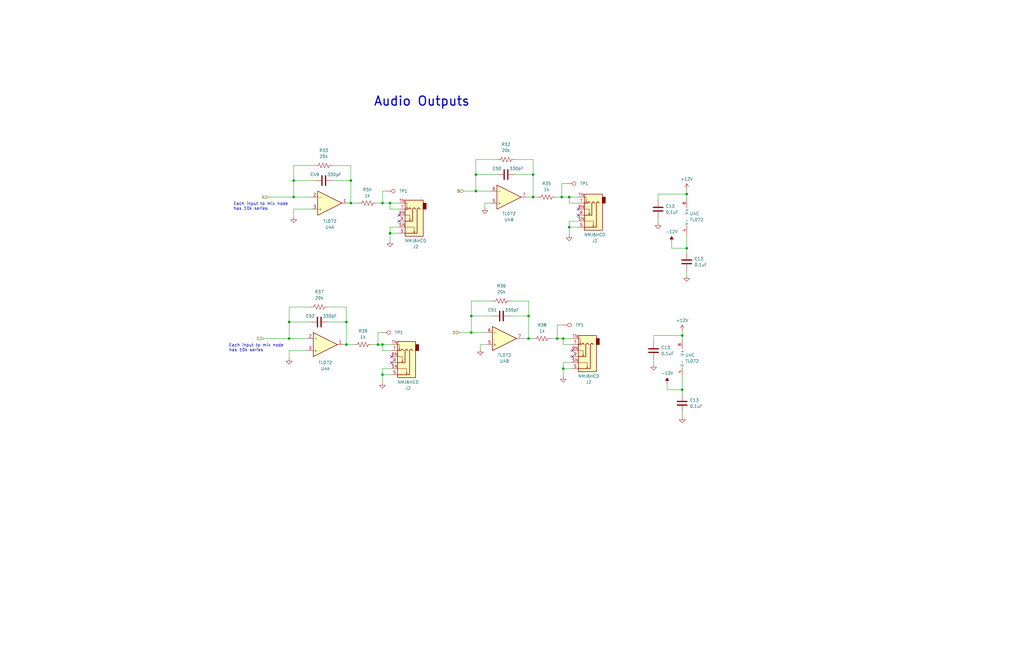
<source format=kicad_sch>
(kicad_sch (version 20230121) (generator eeschema)
  (paper "B")
  (title_block (title "Quadrophonic Joystick Mixer") (date "2024-04-22") (rev "P1"))
  (lib_symbols
    (symbol "Amplifier_Operational:OPA1692xD" (pin_names (offset 0.127))
      (property "Reference" "U" (at 2.54 6.35 0))
      (property "Value" "OPA1692xD" (at 2.54 3.81 0))
      (symbol "OPA1692xD_1_1"
        (polyline (pts (xy 5.08 0) (xy -5.08 5.08) (xy -5.08 -5.08) (xy 5.08 0)) (stroke (width 0.254)) (fill (type background)))
        (pin output line (at 7.62 0 180) (length 2.54) (name "~") (number "1"))
        (pin input line (at -7.62 -2.54 0) (length 2.54) (name "-") (number "2"))
        (pin input line (at -7.62 2.54 0) (length 2.54) (name "+") (number "3"))
      )
      (symbol "OPA1692xD_2_1"
        (polyline (pts (xy 5.08 0) (xy -5.08 5.08) (xy -5.08 -5.08) (xy 5.08 0)) (stroke (width 0.254)) (fill (type background)))
        (pin input line (at -7.62 2.54 0) (length 2.54) (name "+") (number "5"))
        (pin input line (at -7.62 -2.54 0) (length 2.54) (name "-") (number "6"))
        (pin output line (at 7.62 0 180) (length 2.54) (name "~") (number "7"))
      )
      (symbol "OPA1692xD_3_1"
        (pin power_in line (at 0 -7.62 90) (length 3.81) (name "V-") (number "4"))
        (pin power_in line (at 0 7.62 270) (length 3.81) (name "V+") (number "8"))
      )
    )
    (symbol "Connector:TestPoint" (pin_numbers hide) (pin_names (offset 0.762) hide)
      (property "Reference" "TP" (at 0 6.858 0))
      (property "Value" "TestPoint" (at 0 5.08 0))
      (symbol "TestPoint_0_1"
        (circle (center 0 3.302) (radius 0.762))
      )
      (symbol "TestPoint_1_1"
        (pin passive line (at 0 0 90) (length 2.54) (name "1") (number "1"))
      )
    )
    (symbol "Connector_Audio:AudioJack3_Switch"
      (property "Reference" "J" (at 0 11.43 0))
      (property "Value" "AudioJack3_Switch" (at 0 8.89 0))
      (symbol "AudioJack3_Switch_0_1"
        (rectangle (start -5.08 -5.08) (end -6.35 -7.62) (stroke (width 0.254)) (fill (type outline)))
        (polyline (pts (xy -1.27 4.826) (xy -1.016 4.318)))
        (polyline (pts (xy 0.508 -0.254) (xy 0.762 -0.762)))
        (polyline (pts (xy 1.778 -5.334) (xy 2.032 -5.842)))
        (polyline (pts (xy 0 -5.08) (xy 0.635 -5.715) (xy 1.27 -5.08) (xy 2.54 -5.08)) (stroke (width 0.254)))
        (polyline (pts (xy 2.54 -7.62) (xy 1.778 -7.62) (xy 1.778 -5.334) (xy 1.524 -5.842)))
        (polyline (pts (xy 2.54 -2.54) (xy 0.508 -2.54) (xy 0.508 -0.254) (xy 0.254 -0.762)))
        (polyline (pts (xy 2.54 2.54) (xy -1.27 2.54) (xy -1.27 4.826) (xy -1.524 4.318)))
        (polyline (pts (xy -1.905 -5.08) (xy -1.27 -5.715) (xy -0.635 -5.08) (xy -0.635 0) (xy 2.54 0)) (stroke (width 0.254)))
        (polyline (pts (xy 2.54 5.08) (xy -2.54 5.08) (xy -2.54 -5.08) (xy -3.175 -5.715) (xy -3.81 -5.08)) (stroke (width 0.254)))
        (rectangle (start 2.54 6.35) (end -5.08 -8.89) (stroke (width 0.254)) (fill (type background)))
      )
      (symbol "AudioJack3_Switch_1_1"
        (pin passive line (at 5.08 0 180) (length 2.54) (name "~") (number "R"))
        (pin passive line (at 5.08 -2.54 180) (length 2.54) (name "~") (number "RN"))
        (pin passive line (at 5.08 5.08 180) (length 2.54) (name "~") (number "S"))
        (pin passive line (at 5.08 2.54 180) (length 2.54) (name "~") (number "SN"))
        (pin passive line (at 5.08 -5.08 180) (length 2.54) (name "~") (number "T"))
        (pin passive line (at 5.08 -7.62 180) (length 2.54) (name "~") (number "TN"))
      )
    )
    (symbol "Device:C" (pin_numbers hide) (pin_names (offset 0.254))
      (property "Reference" "C" (at 0.635 2.54 0))
      (property "Value" "C" (at 0.635 -2.54 0))
      (symbol "C_0_1"
        (polyline (pts (xy -2.032 -0.762) (xy 2.032 -0.762)) (stroke (width 0.508)))
        (polyline (pts (xy -2.032 0.762) (xy 2.032 0.762)) (stroke (width 0.508)))
      )
      (symbol "C_1_1"
        (pin passive line (at 0 3.81 270) (length 2.794) (name "~") (number "1"))
        (pin passive line (at 0 -3.81 90) (length 2.794) (name "~") (number "2"))
      )
    )
    (symbol "Device:R_US" (pin_numbers hide) (pin_names (offset 0))
      (property "Reference" "R" (at 2.54 0 90))
      (property "Value" "R_US" (at -2.54 0 90))
      (symbol "R_US_0_1"
        (polyline (pts (xy 0 -2.286) (xy 0 -2.54)))
        (polyline (pts (xy 0 2.286) (xy 0 2.54)))
        (polyline (pts (xy 0 -0.762) (xy 1.016 -1.143) (xy 0 -1.524) (xy -1.016 -1.905) (xy 0 -2.286)))
        (polyline (pts (xy 0 0.762) (xy 1.016 0.381) (xy 0 0) (xy -1.016 -0.381) (xy 0 -0.762)))
        (polyline (pts (xy 0 2.286) (xy 1.016 1.905) (xy 0 1.524) (xy -1.016 1.143) (xy 0 0.762)))
      )
      (symbol "R_US_1_1"
        (pin passive line (at 0 3.81 270) (length 1.27) (name "~") (number "1"))
        (pin passive line (at 0 -3.81 90) (length 1.27) (name "~") (number "2"))
      )
    )
    (symbol "power:+12V" (power) (pin_names (offset 0))
      (property "Value" "+12V" (at 0 3.556 0))
      (symbol "+12V_0_1"
        (polyline (pts (xy -0.762 1.27) (xy 0 2.54)))
        (polyline (pts (xy 0 0) (xy 0 2.54)))
        (polyline (pts (xy 0 2.54) (xy 0.762 1.27)))
      )
      (symbol "+12V_1_1"
        (pin power_in line (at 0 0 90) (length 0) hide (name "+12V") (number "1"))
      )
    )
    (symbol "power:-12V" (power) (pin_names (offset 0))
      (property "Value" "-12V" (at 0 3.81 0))
      (symbol "-12V_0_0"
        (pin power_in line (at 0 0 90) (length 0) hide (name "-12V") (number "1"))
      )
      (symbol "-12V_0_1"
        (polyline (pts (xy 0 0) (xy 0 1.27) (xy 0.762 1.27) (xy 0 2.54) (xy -0.762 1.27) (xy 0 1.27)) (fill (type outline)))
      )
    )
    (symbol "power:GND" (power) (pin_names (offset 0))
      (property "Value" "GND" (at 0 -3.81 0))
      (symbol "GND_0_1"
        (polyline (pts (xy 0 0) (xy 0 -1.27) (xy 1.27 -1.27) (xy 0 -2.54) (xy -1.27 -1.27) (xy 0 -1.27)))
      )
      (symbol "GND_1_1"
        (pin power_in line (at 0 0 270) (length 0) hide (name "GND") (number "1"))
      )
    )
  )
  (junction (at 161.29 85.725))
  (junction (at 222.885 142.875))
  (junction (at 200.66 73.66))
  (junction (at 147.955 85.725))
  (junction (at 159.385 145.415))
  (junction (at 287.655 164.465))
  (junction (at 222.885 133.35))
  (junction (at 200.66 80.645))
  (junction (at 224.79 73.66))
  (junction (at 121.92 142.875))
  (junction (at 240.03 95.885))
  (junction (at 164.465 98.425))
  (junction (at 237.49 142.875))
  (junction (at 123.825 76.2))
  (junction (at 161.29 145.415))
  (junction (at 198.755 133.35))
  (junction (at 146.05 145.415))
  (junction (at 240.03 83.185))
  (junction (at 224.79 83.185))
  (junction (at 287.655 141.605))
  (junction (at 161.29 158.115))
  (junction (at 123.825 83.185))
  (junction (at 289.56 104.775))
  (junction (at 237.49 155.575))
  (junction (at 198.755 140.335))
  (junction (at 147.955 76.2))
  (junction (at 289.56 81.915))
  (junction (at 121.92 135.89))
  (junction (at 234.95 142.875))
  (junction (at 164.465 85.725))
  (junction (at 236.855 83.185))
  (junction (at 146.05 135.89))
  (no_connect (at 243.84 90.805))
  (no_connect (at 165.1 150.495))
  (no_connect (at 168.275 93.345))
  (no_connect (at 165.1 153.035))
  (no_connect (at 241.3 150.495))
  (no_connect (at 241.3 147.955))
  (no_connect (at 168.275 90.805))
  (no_connect (at 243.84 88.265))
  (wire (pts (xy 165.1 155.575) (xy 161.29 155.575)))
  (wire (pts (xy 236.855 77.47) (xy 236.855 83.185)))
  (wire (pts (xy 147.955 76.2) (xy 140.335 76.2)))
  (wire (pts (xy 236.855 83.185) (xy 240.03 83.185)))
  (wire (pts (xy 156.845 145.415) (xy 159.385 145.415)))
  (wire (pts (xy 158.75 85.725) (xy 161.29 85.725)))
  (wire (pts (xy 161.29 80.645) (xy 161.29 85.725)))
  (wire (pts (xy 159.385 145.415) (xy 161.29 145.415)))
  (wire (pts (xy 146.05 129.54) (xy 146.05 135.89)))
  (wire (pts (xy 283.21 104.775) (xy 283.21 102.235)))
  (wire (pts (xy 289.56 80.01) (xy 289.56 81.915)))
  (wire (pts (xy 232.41 142.875) (xy 234.95 142.875)))
  (wire (pts (xy 224.79 83.185) (xy 226.695 83.185)))
  (wire (pts (xy 146.05 129.54) (xy 138.43 129.54)))
  (wire (pts (xy 165.1 158.115) (xy 161.29 158.115)))
  (wire (pts (xy 222.885 127) (xy 215.265 127)))
  (wire (pts (xy 198.755 127) (xy 198.755 133.35)))
  (wire (pts (xy 202.565 145.415) (xy 202.565 147.32)))
  (wire (pts (xy 240.03 85.725) (xy 240.03 83.185)))
  (wire (pts (xy 165.1 145.415) (xy 161.29 145.415)))
  (wire (pts (xy 164.465 88.265) (xy 164.465 85.725)))
  (wire (pts (xy 200.66 80.645) (xy 207.01 80.645)))
  (wire (pts (xy 147.955 69.85) (xy 140.335 69.85)))
  (wire (pts (xy 277.495 81.915) (xy 289.56 81.915)))
  (wire (pts (xy 144.78 145.415) (xy 146.05 145.415)))
  (wire (pts (xy 289.56 99.06) (xy 289.56 104.775)))
  (wire (pts (xy 243.84 95.885) (xy 240.03 95.885)))
  (wire (pts (xy 147.955 69.85) (xy 147.955 76.2)))
  (wire (pts (xy 224.79 73.66) (xy 217.17 73.66)))
  (wire (pts (xy 161.29 147.955) (xy 161.29 145.415)))
  (wire (pts (xy 121.92 147.955) (xy 121.92 151.13)))
  (wire (pts (xy 129.54 147.955) (xy 121.92 147.955)))
  (wire (pts (xy 234.95 142.875) (xy 237.49 142.875)))
  (wire (pts (xy 243.84 85.725) (xy 240.03 85.725)))
  (wire (pts (xy 222.885 133.35) (xy 215.265 133.35)))
  (wire (pts (xy 164.465 98.425) (xy 164.465 101.6)))
  (wire (pts (xy 121.92 129.54) (xy 121.92 135.89)))
  (wire (pts (xy 168.275 98.425) (xy 164.465 98.425)))
  (wire (pts (xy 287.655 164.465) (xy 287.655 166.37)))
  (wire (pts (xy 209.55 67.31) (xy 200.66 67.31)))
  (wire (pts (xy 168.275 95.885) (xy 164.465 95.885)))
  (wire (pts (xy 287.655 173.99) (xy 287.655 175.895)))
  (wire (pts (xy 123.825 69.85) (xy 123.825 76.2)))
  (wire (pts (xy 195.58 80.645) (xy 200.66 80.645)))
  (wire (pts (xy 237.49 142.875) (xy 241.3 142.875)))
  (wire (pts (xy 200.66 73.66) (xy 209.55 73.66)))
  (wire (pts (xy 123.825 83.185) (xy 131.445 83.185)))
  (wire (pts (xy 277.495 92.075) (xy 277.495 93.98)))
  (wire (pts (xy 200.66 67.31) (xy 200.66 73.66)))
  (wire (pts (xy 240.03 93.345) (xy 240.03 95.885)))
  (wire (pts (xy 224.79 73.66) (xy 224.79 83.185)))
  (wire (pts (xy 287.655 139.7) (xy 287.655 141.605)))
  (wire (pts (xy 289.56 114.3) (xy 289.56 116.205)))
  (wire (pts (xy 161.29 158.115) (xy 161.29 161.29)))
  (wire (pts (xy 207.645 127) (xy 198.755 127)))
  (wire (pts (xy 275.59 144.145) (xy 275.59 141.605)))
  (wire (pts (xy 204.47 85.725) (xy 204.47 87.63)))
  (wire (pts (xy 289.56 104.775) (xy 283.21 104.775)))
  (wire (pts (xy 159.385 140.335) (xy 159.385 145.415)))
  (wire (pts (xy 168.275 85.725) (xy 164.465 85.725)))
  (wire (pts (xy 147.955 85.725) (xy 151.13 85.725)))
  (wire (pts (xy 123.825 76.2) (xy 132.715 76.2)))
  (wire (pts (xy 130.81 129.54) (xy 121.92 129.54)))
  (wire (pts (xy 111.125 142.875) (xy 121.92 142.875)))
  (wire (pts (xy 123.825 88.265) (xy 123.825 91.44)))
  (wire (pts (xy 222.885 133.35) (xy 222.885 142.875)))
  (wire (pts (xy 237.49 155.575) (xy 237.49 158.75)))
  (wire (pts (xy 222.885 127) (xy 222.885 133.35)))
  (wire (pts (xy 224.79 67.31) (xy 217.17 67.31)))
  (wire (pts (xy 146.05 145.415) (xy 149.225 145.415)))
  (wire (pts (xy 238.76 77.47) (xy 236.855 77.47)))
  (wire (pts (xy 198.755 140.335) (xy 205.105 140.335)))
  (wire (pts (xy 237.49 145.415) (xy 237.49 142.875)))
  (wire (pts (xy 241.3 153.035) (xy 237.49 153.035)))
  (wire (pts (xy 165.1 147.955) (xy 161.29 147.955)))
  (wire (pts (xy 160.655 140.335) (xy 159.385 140.335)))
  (wire (pts (xy 240.03 95.885) (xy 240.03 99.06)))
  (wire (pts (xy 168.275 88.265) (xy 164.465 88.265)))
  (wire (pts (xy 146.685 85.725) (xy 147.955 85.725)))
  (wire (pts (xy 275.59 151.765) (xy 275.59 153.67)))
  (wire (pts (xy 234.95 137.16) (xy 234.95 142.875)))
  (wire (pts (xy 132.715 69.85) (xy 123.825 69.85)))
  (wire (pts (xy 121.92 135.89) (xy 121.92 142.875)))
  (wire (pts (xy 234.315 83.185) (xy 236.855 83.185)))
  (wire (pts (xy 277.495 84.455) (xy 277.495 81.915)))
  (wire (pts (xy 146.05 135.89) (xy 138.43 135.89)))
  (wire (pts (xy 147.955 76.2) (xy 147.955 85.725)))
  (wire (pts (xy 207.01 85.725) (xy 204.47 85.725)))
  (wire (pts (xy 205.105 145.415) (xy 202.565 145.415)))
  (wire (pts (xy 241.3 155.575) (xy 237.49 155.575)))
  (wire (pts (xy 237.49 153.035) (xy 237.49 155.575)))
  (wire (pts (xy 121.92 142.875) (xy 129.54 142.875)))
  (wire (pts (xy 123.825 76.2) (xy 123.825 83.185)))
  (wire (pts (xy 198.755 133.35) (xy 198.755 140.335)))
  (wire (pts (xy 198.755 133.35) (xy 207.645 133.35)))
  (wire (pts (xy 131.445 88.265) (xy 123.825 88.265)))
  (wire (pts (xy 164.465 95.885) (xy 164.465 98.425)))
  (wire (pts (xy 121.92 135.89) (xy 130.81 135.89)))
  (wire (pts (xy 162.56 80.645) (xy 161.29 80.645)))
  (wire (pts (xy 236.855 137.16) (xy 234.95 137.16)))
  (wire (pts (xy 289.56 81.915) (xy 289.56 83.82)))
  (wire (pts (xy 289.56 104.775) (xy 289.56 106.68)))
  (wire (pts (xy 243.84 83.185) (xy 240.03 83.185)))
  (wire (pts (xy 241.3 145.415) (xy 237.49 145.415)))
  (wire (pts (xy 275.59 141.605) (xy 287.655 141.605)))
  (wire (pts (xy 220.345 142.875) (xy 222.885 142.875)))
  (wire (pts (xy 287.655 141.605) (xy 287.655 143.51)))
  (wire (pts (xy 287.655 164.465) (xy 281.305 164.465)))
  (wire (pts (xy 193.675 140.335) (xy 198.755 140.335)))
  (wire (pts (xy 287.655 158.75) (xy 287.655 164.465)))
  (wire (pts (xy 281.305 164.465) (xy 281.305 161.925)))
  (wire (pts (xy 161.29 155.575) (xy 161.29 158.115)))
  (wire (pts (xy 200.66 73.66) (xy 200.66 80.645)))
  (wire (pts (xy 113.03 83.185) (xy 123.825 83.185)))
  (wire (pts (xy 243.84 93.345) (xy 240.03 93.345)))
  (wire (pts (xy 222.25 83.185) (xy 224.79 83.185)))
  (wire (pts (xy 224.79 67.31) (xy 224.79 73.66)))
  (wire (pts (xy 222.885 142.875) (xy 224.79 142.875)))
  (wire (pts (xy 146.05 135.89) (xy 146.05 145.415)))
  (wire (pts (xy 161.29 85.725) (xy 164.465 85.725)))
  (text "Each input to mix node\nhas 10k series" (at 96.52 148.59 0) (effects (font (size 1.27 1.27)) (justify left bottom)))
  (text "Audio Outputs" (at 157.48 45.085 0) (effects (font (size 3.81 3.81) (thickness 0.508) bold) (justify left bottom)))
  (text "Each input to mix node\nhas 10k series" (at 98.425 88.9 0) (effects (font (size 1.27 1.27)) (justify left bottom)))
  (hierarchical_label "C" (shape input) (at 111.125 142.875 180))
  (hierarchical_label "A" (shape input) (at 113.03 83.185 180))
  (hierarchical_label "D" (shape input) (at 193.675 140.335 180))
  (hierarchical_label "B" (shape input) (at 195.58 80.645 180))
  (symbol (lib_id "Device:R_US") (at 136.525 69.85 270) (unit 1)
    (property "Reference" "R33" (at 136.525 63.5 90))
    (property "Value" "20k" (at 136.525 66.04 90))
    (property "Footprint" "Resistor_SMD:R_0805_2012Metric_Pad1.20x1.40mm_HandSolder" (effects hide))
    (property "DK PN" "RMCF0805FT20K0CT-ND" (effects hide))
    (property "MPN" "RMCF0805FT20K0" (effects hide))
    (property "Source" "DK" (effects hide))
  )
  (symbol (lib_id "Device:C") (at 275.59 147.955 0) (unit 1)
    (property "Reference" "C13" (at 278.765 146.685 0) (effects (justify left)))
    (property "Value" "0.1uF" (at 278.765 149.225 0) (effects (justify left)))
    (property "Footprint" "Capacitor_SMD:C_0805_2012Metric_Pad1.18x1.45mm_HandSolder" (effects hide))
    (property "DK PN" "1276-1003-1-ND" (effects hide))
    (property "MPN" "CL21B104KBCNNNC" (effects hide))
    (property "Source" "DK" (effects hide))
    (instances (project "Quad Joystick Mixer" (path "" (reference "C13") (unit 1)) (path "" (reference "C11") (unit 1)) (path "" (reference "C31") (unit 1)) (path "" (reference "C8") (unit 1)) (path "" (reference "C53") (unit 1))))
  )
  (symbol (lib_id "Connector:TestPoint") (at 162.56 80.645 270) (unit 1)
    (property "Reference" "TP1" (at 168.275 80.645 90) (effects (justify left)))
    (property "Value" "TestPoint" (effects hide))
    (property "Footprint" "TestPoint:TestPoint_THTPad_D1.5mm_Drill0.7mm" (effects hide))
    (property "Source" "NA" (effects hide))
    (instances (project "Quad Joystick Mixer" (path "" (reference "TP1") (unit 1)) (path "" (reference "TP16") (unit 1))))
  )
  (symbol (lib_id "Connector:TestPoint") (at 236.855 137.16 270) (unit 1)
    (property "Reference" "TP1" (at 242.57 137.16 90) (effects (justify left)))
    (property "Value" "TestPoint" (effects hide))
    (property "Footprint" "TestPoint:TestPoint_THTPad_D1.5mm_Drill0.7mm" (effects hide))
    (property "Source" "NA" (effects hide))
    (instances (project "Quad Joystick Mixer" (path "" (reference "TP1") (unit 1)) (path "" (reference "TP18") (unit 1))))
  )
  (symbol (lib_id "Connector_Audio:AudioJack3_Switch") (at 170.18 153.035 180) (unit 1)
    (property "Reference" "J2" (at 172.085 163.83 0))
    (property "Value" "NMJ6HCD" (at 172.085 161.29 0))
    (property "Footprint" "Eyewool Connectors:NMJ6HCD" (effects hide))
    (property "Source" "SBP" (effects hide))
    (instances (project "Quad Joystick Mixer" (path "" (reference "J2") (unit 1)) (path "" (reference "J6") (unit 1))))
  )
  (symbol (lib_id "Device:R_US") (at 134.62 129.54 270) (unit 1)
    (property "Reference" "R37" (at 134.62 123.19 90))
    (property "Value" "20k" (at 134.62 125.73 90))
    (property "Footprint" "Resistor_SMD:R_0805_2012Metric_Pad1.20x1.40mm_HandSolder" (effects hide))
    (property "DK PN" "RMCF0805FT20K0CT-ND" (effects hide))
    (property "MPN" "RMCF0805FT20K0" (effects hide))
    (property "Source" "DK" (effects hide))
  )
  (symbol (lib_id "Amplifier_Operational:OPA1692xD") (at 289.56 91.44 0) (unit 3)
    (property "Reference" "U4" (at 290.83 90.17 0) (effects (justify left)))
    (property "Value" "TL072" (at 290.83 92.71 0) (effects (justify left)))
    (property "Footprint" "Package_SO:SOIC-8_3.9x4.9mm_P1.27mm" (effects hide))
    (property "Datasheet" "https://www.ti.com/lit/ds/symlink/opa1692.pdf" (effects hide))
    (property "Source" "DK" (effects hide))
    (property "DK PN" "296-TL072HIDRCT-ND" (effects hide))
    (property "MPN" "TL072HIDR" (effects hide))
    (instances (project "Quad Joystick Mixer" (path "" (reference "U4") (unit 3)) (path "" (reference "U6") (unit 3)) (path "" (reference "U11") (unit 3))))
  )
  (symbol (lib_id "Connector:TestPoint") (at 238.76 77.47 270) (unit 1)
    (property "Reference" "TP1" (at 244.475 77.47 90) (effects (justify left)))
    (property "Value" "TestPoint" (effects hide))
    (property "Footprint" "TestPoint:TestPoint_THTPad_D1.5mm_Drill0.7mm" (effects hide))
    (property "Source" "NA" (effects hide))
    (instances (project "Quad Joystick Mixer" (path "" (reference "TP1") (unit 1)) (path "" (reference "TP17") (unit 1))))
  )
  (symbol (lib_id "Device:R_US") (at 213.36 67.31 270) (unit 1)
    (property "Reference" "R32" (at 213.36 60.96 90))
    (property "Value" "20k" (at 213.36 63.5 90))
    (property "Footprint" "Resistor_SMD:R_0805_2012Metric_Pad1.20x1.40mm_HandSolder" (effects hide))
    (property "DK PN" "RMCF0805FT20K0CT-ND" (effects hide))
    (property "MPN" "RMCF0805FT20K0" (effects hide))
    (property "Source" "DK" (effects hide))
  )
  (symbol (lib_id "power:+12V") (at 289.56 80.01 0) (unit 1)
    (property "Reference" "#PWR040" (effects hide))
    (property "Value" "+12V" (at 289.56 75.565 0))
    (instances (project "Quad Joystick Mixer" (path "" (reference "#PWR040") (unit 1)) (path "" (reference "#PWR015") (unit 1)) (path "" (reference "#PWR044") (unit 1)) (path "" (reference "#PWR029") (unit 1)) (path "" (reference "#PWR081") (unit 1))))
  )
  (symbol (lib_id "power:GND") (at 121.92 151.13 0) (unit 1)
    (property "Reference" "#PWR098" (effects hide))
    (property "Value" "GND" (effects hide))
  )
  (symbol (lib_id "Amplifier_Operational:OPA1692xD") (at 287.655 151.13 0) (unit 3)
    (property "Reference" "U4" (at 288.925 149.86 0) (effects (justify left)))
    (property "Value" "TL072" (at 288.925 152.4 0) (effects (justify left)))
    (property "Footprint" "Package_SO:SOIC-8_3.9x4.9mm_P1.27mm" (effects hide))
    (property "Datasheet" "https://www.ti.com/lit/ds/symlink/opa1692.pdf" (effects hide))
    (property "Source" "DK" (effects hide))
    (property "DK PN" "296-TL072HIDRCT-ND" (effects hide))
    (property "MPN" "TL072HIDR" (effects hide))
    (instances (project "Quad Joystick Mixer" (path "" (reference "U4") (unit 3)) (path "" (reference "U6") (unit 3)) (path "" (reference "U12") (unit 3))))
  )
  (symbol (lib_id "power:-12V") (at 281.305 161.925 0) (unit 1)
    (property "Reference" "#PWR038" (effects hide))
    (property "Value" "-12V" (at 281.305 157.48 0))
    (instances (project "Quad Joystick Mixer" (path "" (reference "#PWR038") (unit 1)) (path "" (reference "#PWR08") (unit 1)) (path "" (reference "#PWR045") (unit 1)) (path "" (reference "#PWR049") (unit 1)) (path "" (reference "#PWR0197") (unit 1))))
  )
  (symbol (lib_id "power:GND") (at 123.825 91.44 0) (unit 1)
    (property "Reference" "#PWR096" (effects hide))
    (property "Value" "GND" (effects hide))
  )
  (symbol (lib_id "power:GND") (at 275.59 153.67 0) (unit 1)
    (property "Reference" "#PWR046" (effects hide))
    (property "Value" "GND" (effects hide))
    (instances (project "Quad Joystick Mixer" (path "" (reference "#PWR046") (unit 1)) (path "" (reference "#PWR048") (unit 1)) (path "" (reference "#PWR099") (unit 1))))
  )
  (symbol (lib_id "Device:C") (at 277.495 88.265 0) (unit 1)
    (property "Reference" "C13" (at 280.67 86.995 0) (effects (justify left)))
    (property "Value" "0.1uF" (at 280.67 89.535 0) (effects (justify left)))
    (property "Footprint" "Capacitor_SMD:C_0805_2012Metric_Pad1.18x1.45mm_HandSolder" (effects hide))
    (property "DK PN" "1276-1003-1-ND" (effects hide))
    (property "MPN" "CL21B104KBCNNNC" (effects hide))
    (property "Source" "DK" (effects hide))
    (instances (project "Quad Joystick Mixer" (path "" (reference "C13") (unit 1)) (path "" (reference "C11") (unit 1)) (path "" (reference "C31") (unit 1)) (path "" (reference "C8") (unit 1)) (path "" (reference "C43") (unit 1))))
  )
  (symbol (lib_id "Device:C") (at 136.525 76.2 90) (unit 1)
    (property "Reference" "C49" (at 132.715 73.66 90))
    (property "Value" "330pF" (at 140.97 73.66 90))
    (property "Footprint" "Capacitor_SMD:C_0805_2012Metric_Pad1.18x1.45mm_HandSolder" (effects hide))
    (property "DK PN" "399-C0805C331J5GAC7800CT-ND" (effects hide))
    (property "MPN" "C0805C331J5GAC7800" (effects hide))
    (property "Source" "DK" (effects hide))
  )
  (symbol (lib_id "power:+12V") (at 287.655 139.7 0) (unit 1)
    (property "Reference" "#PWR040" (effects hide))
    (property "Value" "+12V" (at 287.655 135.255 0))
    (instances (project "Quad Joystick Mixer" (path "" (reference "#PWR040") (unit 1)) (path "" (reference "#PWR015") (unit 1)) (path "" (reference "#PWR044") (unit 1)) (path "" (reference "#PWR029") (unit 1)) (path "" (reference "#PWR093") (unit 1))))
  )
  (symbol (lib_id "Connector_Audio:AudioJack3_Switch") (at 173.355 93.345 180) (unit 1)
    (property "Reference" "J2" (at 175.26 104.14 0))
    (property "Value" "NMJ6HCD" (at 175.26 101.6 0))
    (property "Footprint" "Eyewool Connectors:NMJ6HCD" (effects hide))
    (property "Source" "SBP" (effects hide))
    (instances (project "Quad Joystick Mixer" (path "" (reference "J2") (unit 1)) (path "" (reference "J4") (unit 1))))
  )
  (symbol (lib_id "Amplifier_Operational:OPA1692xD") (at 212.725 142.875 0) (mirror x) (unit 2)
    (property "Reference" "U4" (at 212.725 152.4 0))
    (property "Value" "TL072" (at 212.725 149.86 0))
    (property "Footprint" "Package_SO:SOIC-8_3.9x4.9mm_P1.27mm" (effects hide))
    (property "Datasheet" "https://www.ti.com/lit/ds/symlink/opa1692.pdf" (effects hide))
    (property "Source" "DK" (effects hide))
    (property "DK PN" "296-TL072HIDRCT-ND" (effects hide))
    (property "MPN" "TL072HIDR" (effects hide))
    (instances (project "Quad Joystick Mixer" (path "" (reference "U4") (unit 2)) (path "" (reference "U6") (unit 2)) (path "" (reference "U12") (unit 2))))
  )
  (symbol (lib_id "Amplifier_Operational:OPA1692xD") (at 137.16 145.415 0) (mirror x) (unit 1)
    (property "Reference" "U4" (at 137.16 155.575 0))
    (property "Value" "TL072" (at 137.16 153.035 0))
    (property "Footprint" "Package_SO:SOIC-8_3.9x4.9mm_P1.27mm" (effects hide))
    (property "Datasheet" "https://www.ti.com/lit/ds/symlink/opa1692.pdf" (effects hide))
    (property "Source" "DK" (effects hide))
    (property "DK PN" "296-TL072HIDRCT-ND" (effects hide))
    (property "MPN" "TL072HIDR" (effects hide))
    (instances (project "Quad Joystick Mixer" (path "" (reference "U4") (unit 1)) (path "" (reference "U6") (unit 1)) (path "" (reference "U12") (unit 1))))
  )
  (symbol (lib_id "power:GND") (at 161.29 161.29 0) (mirror y) (unit 1)
    (property "Reference" "#PWR08" (effects hide))
    (property "Value" "GND" (effects hide))
    (instances (project "Quad Joystick Mixer" (path "" (reference "#PWR08") (unit 1)) (path "" (reference "#PWR0100") (unit 1))))
  )
  (symbol (lib_id "Device:R_US") (at 154.94 85.725 270) (unit 1)
    (property "Reference" "R34" (at 154.94 80.01 90))
    (property "Value" "1k" (at 154.94 82.55 90))
    (property "Footprint" "Resistor_SMD:R_0805_2012Metric_Pad1.20x1.40mm_HandSolder" (effects hide))
    (property "Source" "DK" (effects hide))
    (property "DK PN" "RMCF0805FT1K00CT-ND" (effects hide))
    (property "MPN" "RMCF0805FT1K00" (effects hide))
  )
  (symbol (lib_id "Device:C") (at 287.655 170.18 0) (unit 1)
    (property "Reference" "C13" (at 290.83 168.91 0) (effects (justify left)))
    (property "Value" "0.1uF" (at 290.83 171.45 0) (effects (justify left)))
    (property "Footprint" "Capacitor_SMD:C_0805_2012Metric_Pad1.18x1.45mm_HandSolder" (effects hide))
    (property "DK PN" "1276-1003-1-ND" (effects hide))
    (property "MPN" "CL21B104KBCNNNC" (effects hide))
    (property "Source" "DK" (effects hide))
    (instances (project "Quad Joystick Mixer" (path "" (reference "C13") (unit 1)) (path "" (reference "C11") (unit 1)) (path "" (reference "C30") (unit 1)) (path "" (reference "C9") (unit 1)) (path "" (reference "C54") (unit 1))))
  )
  (symbol (lib_id "Device:C") (at 213.36 73.66 90) (unit 1)
    (property "Reference" "C50" (at 209.55 71.12 90))
    (property "Value" "330pF" (at 217.805 71.12 90))
    (property "Footprint" "Capacitor_SMD:C_0805_2012Metric_Pad1.18x1.45mm_HandSolder" (effects hide))
    (property "DK PN" "399-C0805C331J5GAC7800CT-ND" (effects hide))
    (property "MPN" "C0805C331J5GAC7800" (effects hide))
    (property "Source" "DK" (effects hide))
  )
  (symbol (lib_id "Device:R_US") (at 211.455 127 270) (unit 1)
    (property "Reference" "R36" (at 211.455 120.65 90))
    (property "Value" "20k" (at 211.455 123.19 90))
    (property "Footprint" "Resistor_SMD:R_0805_2012Metric_Pad1.20x1.40mm_HandSolder" (effects hide))
    (property "DK PN" "RMCF0805FT20K0CT-ND" (effects hide))
    (property "MPN" "RMCF0805FT20K0" (effects hide))
    (property "Source" "DK" (effects hide))
  )
  (symbol (lib_id "Amplifier_Operational:OPA1692xD") (at 214.63 83.185 0) (mirror x) (unit 2)
    (property "Reference" "U4" (at 214.63 92.71 0))
    (property "Value" "TL072" (at 214.63 90.17 0))
    (property "Footprint" "Package_SO:SOIC-8_3.9x4.9mm_P1.27mm" (effects hide))
    (property "Datasheet" "https://www.ti.com/lit/ds/symlink/opa1692.pdf" (effects hide))
    (property "Source" "DK" (effects hide))
    (property "DK PN" "296-TL072HIDRCT-ND" (effects hide))
    (property "MPN" "TL072HIDR" (effects hide))
    (instances (project "Quad Joystick Mixer" (path "" (reference "U4") (unit 2)) (path "" (reference "U6") (unit 2)) (path "" (reference "U11") (unit 2))))
  )
  (symbol (lib_id "Device:R_US") (at 228.6 142.875 270) (unit 1)
    (property "Reference" "R38" (at 228.6 137.16 90))
    (property "Value" "1k" (at 228.6 139.7 90))
    (property "Footprint" "Resistor_SMD:R_0805_2012Metric_Pad1.20x1.40mm_HandSolder" (effects hide))
    (property "Source" "DK" (effects hide))
    (property "DK PN" "RMCF0805FT1K00CT-ND" (effects hide))
    (property "MPN" "RMCF0805FT1K00" (effects hide))
  )
  (symbol (lib_id "Device:C") (at 211.455 133.35 90) (unit 1)
    (property "Reference" "C51" (at 207.645 130.81 90))
    (property "Value" "330pF" (at 215.9 130.81 90))
    (property "Footprint" "Capacitor_SMD:C_0805_2012Metric_Pad1.18x1.45mm_HandSolder" (effects hide))
    (property "DK PN" "399-C0805C331J5GAC7800CT-ND" (effects hide))
    (property "MPN" "C0805C331J5GAC7800" (effects hide))
    (property "Source" "DK" (effects hide))
  )
  (symbol (lib_id "power:GND") (at 240.03 99.06 0) (mirror y) (unit 1)
    (property "Reference" "#PWR08" (effects hide))
    (property "Value" "GND" (effects hide))
    (instances (project "Quad Joystick Mixer" (path "" (reference "#PWR08") (unit 1)) (path "" (reference "#PWR092") (unit 1))))
  )
  (symbol (lib_id "Amplifier_Operational:OPA1692xD") (at 139.065 85.725 0) (mirror x) (unit 1)
    (property "Reference" "U4" (at 139.065 95.885 0))
    (property "Value" "TL072" (at 139.065 93.345 0))
    (property "Footprint" "Package_SO:SOIC-8_3.9x4.9mm_P1.27mm" (effects hide))
    (property "Datasheet" "https://www.ti.com/lit/ds/symlink/opa1692.pdf" (effects hide))
    (property "Source" "DK" (effects hide))
    (property "DK PN" "296-TL072HIDRCT-ND" (effects hide))
    (property "MPN" "TL072HIDR" (effects hide))
    (instances (project "Quad Joystick Mixer" (path "" (reference "U4") (unit 1)) (path "" (reference "U6") (unit 1)) (path "" (reference "U11") (unit 1))))
  )
  (symbol (lib_id "power:GND") (at 289.56 116.205 0) (unit 1)
    (property "Reference" "#PWR047" (effects hide))
    (property "Value" "GND" (effects hide))
    (instances (project "Quad Joystick Mixer" (path "" (reference "#PWR047") (unit 1)) (path "" (reference "#PWR053") (unit 1)) (path "" (reference "#PWR084") (unit 1))))
  )
  (symbol (lib_id "Connector_Audio:AudioJack3_Switch") (at 248.92 90.805 180) (unit 1)
    (property "Reference" "J2" (at 250.825 101.6 0))
    (property "Value" "NMJ6HCD" (at 250.825 99.06 0))
    (property "Footprint" "Eyewool Connectors:NMJ6HCD" (effects hide))
    (property "Source" "SBP" (effects hide))
    (instances (project "Quad Joystick Mixer" (path "" (reference "J2") (unit 1)) (path "" (reference "J5") (unit 1))))
  )
  (symbol (lib_id "Device:R_US") (at 153.035 145.415 270) (unit 1)
    (property "Reference" "R39" (at 153.035 139.7 90))
    (property "Value" "1k" (at 153.035 142.24 90))
    (property "Footprint" "Resistor_SMD:R_0805_2012Metric_Pad1.20x1.40mm_HandSolder" (effects hide))
    (property "Source" "DK" (effects hide))
    (property "DK PN" "RMCF0805FT1K00CT-ND" (effects hide))
    (property "MPN" "RMCF0805FT1K00" (effects hide))
  )
  (symbol (lib_id "Device:R_US") (at 230.505 83.185 270) (unit 1)
    (property "Reference" "R35" (at 230.505 77.47 90))
    (property "Value" "1k" (at 230.505 80.01 90))
    (property "Footprint" "Resistor_SMD:R_0805_2012Metric_Pad1.20x1.40mm_HandSolder" (effects hide))
    (property "Source" "DK" (effects hide))
    (property "DK PN" "RMCF0805FT1K00CT-ND" (effects hide))
    (property "MPN" "RMCF0805FT1K00" (effects hide))
  )
  (symbol (lib_id "power:GND") (at 202.565 147.32 0) (unit 1)
    (property "Reference" "#PWR097" (effects hide))
    (property "Value" "GND" (effects hide))
  )
  (symbol (lib_id "Device:C") (at 134.62 135.89 90) (unit 1)
    (property "Reference" "C52" (at 130.81 133.35 90))
    (property "Value" "330pF" (at 139.065 133.35 90))
    (property "Footprint" "Capacitor_SMD:C_0805_2012Metric_Pad1.18x1.45mm_HandSolder" (effects hide))
    (property "DK PN" "399-C0805C331J5GAC7800CT-ND" (effects hide))
    (property "MPN" "C0805C331J5GAC7800" (effects hide))
    (property "Source" "DK" (effects hide))
  )
  (symbol (lib_id "Device:C") (at 289.56 110.49 0) (unit 1)
    (property "Reference" "C13" (at 292.735 109.22 0) (effects (justify left)))
    (property "Value" "0.1uF" (at 292.735 111.76 0) (effects (justify left)))
    (property "Footprint" "Capacitor_SMD:C_0805_2012Metric_Pad1.18x1.45mm_HandSolder" (effects hide))
    (property "DK PN" "1276-1003-1-ND" (effects hide))
    (property "MPN" "CL21B104KBCNNNC" (effects hide))
    (property "Source" "DK" (effects hide))
    (instances (project "Quad Joystick Mixer" (path "" (reference "C13") (unit 1)) (path "" (reference "C11") (unit 1)) (path "" (reference "C30") (unit 1)) (path "" (reference "C9") (unit 1)) (path "" (reference "C44") (unit 1))))
  )
  (symbol (lib_id "power:-12V") (at 283.21 102.235 0) (unit 1)
    (property "Reference" "#PWR038" (effects hide))
    (property "Value" "-12V" (at 283.21 97.79 0))
    (instances (project "Quad Joystick Mixer" (path "" (reference "#PWR038") (unit 1)) (path "" (reference "#PWR08") (unit 1)) (path "" (reference "#PWR045") (unit 1)) (path "" (reference "#PWR049") (unit 1)) (path "" (reference "#PWR083") (unit 1))))
  )
  (symbol (lib_id "Connector_Audio:AudioJack3_Switch") (at 246.38 150.495 180) (unit 1)
    (property "Reference" "J2" (at 248.285 161.29 0))
    (property "Value" "NMJ6HCD" (at 248.285 158.75 0))
    (property "Footprint" "Eyewool Connectors:NMJ6HCD" (effects hide))
    (property "Source" "SBP" (effects hide))
    (instances (project "Quad Joystick Mixer" (path "" (reference "J2") (unit 1)) (path "" (reference "J7") (unit 1))))
  )
  (symbol (lib_id "power:GND") (at 287.655 175.895 0) (unit 1)
    (property "Reference" "#PWR047" (effects hide))
    (property "Value" "GND" (effects hide))
    (instances (project "Quad Joystick Mixer" (path "" (reference "#PWR047") (unit 1)) (path "" (reference "#PWR053") (unit 1)) (path "" (reference "#PWR0198") (unit 1))))
  )
  (symbol (lib_id "power:GND") (at 277.495 93.98 0) (unit 1)
    (property "Reference" "#PWR046" (effects hide))
    (property "Value" "GND" (effects hide))
    (instances (project "Quad Joystick Mixer" (path "" (reference "#PWR046") (unit 1)) (path "" (reference "#PWR048") (unit 1)) (path "" (reference "#PWR082") (unit 1))))
  )
  (symbol (lib_id "Connector:TestPoint") (at 160.655 140.335 270) (unit 1)
    (property "Reference" "TP1" (at 166.37 140.335 90) (effects (justify left)))
    (property "Value" "TestPoint" (effects hide))
    (property "Footprint" "TestPoint:TestPoint_THTPad_D1.5mm_Drill0.7mm" (effects hide))
    (property "Source" "NA" (effects hide))
    (instances (project "Quad Joystick Mixer" (path "" (reference "TP1") (unit 1)) (path "" (reference "TP19") (unit 1))))
  )
  (symbol (lib_id "power:GND") (at 164.465 101.6 0) (mirror y) (unit 1)
    (property "Reference" "#PWR08" (effects hide))
    (property "Value" "GND" (effects hide))
    (instances (project "Quad Joystick Mixer" (path "" (reference "#PWR08") (unit 1)) (path "" (reference "#PWR085") (unit 1))))
  )
  (symbol (lib_id "power:GND") (at 204.47 87.63 0) (unit 1)
    (property "Reference" "#PWR090" (effects hide))
    (property "Value" "GND" (effects hide))
  )
  (symbol (lib_id "power:GND") (at 237.49 158.75 0) (mirror y) (unit 1)
    (property "Reference" "#PWR08" (effects hide))
    (property "Value" "GND" (effects hide))
    (instances (project "Quad Joystick Mixer" (path "" (reference "#PWR08") (unit 1)) (path "" (reference "#PWR0101") (unit 1))))
  )
)
</source>
